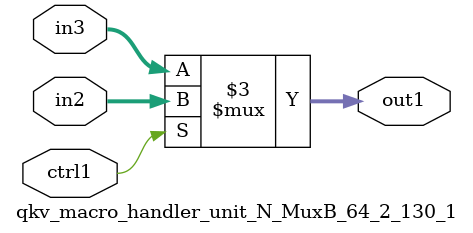
<source format=v>

`timescale 1ps / 1ps


module qkv_macro_handler_unit_N_MuxB_64_2_130_1( in3, in2, ctrl1, out1 );

    input [63:0] in3;
    input [63:0] in2;
    input ctrl1;
    output [63:0] out1;
    reg [63:0] out1;

    
    // rtl_process:qkv_macro_handler_unit_N_MuxB_64_2_130_1/qkv_macro_handler_unit_N_MuxB_64_2_130_1_thread_1
    always @*
      begin : qkv_macro_handler_unit_N_MuxB_64_2_130_1_thread_1
        case (ctrl1) 
          1'b1: 
            begin
              out1 = in2;
            end
          default: 
            begin
              out1 = in3;
            end
        endcase
      end

endmodule



</source>
